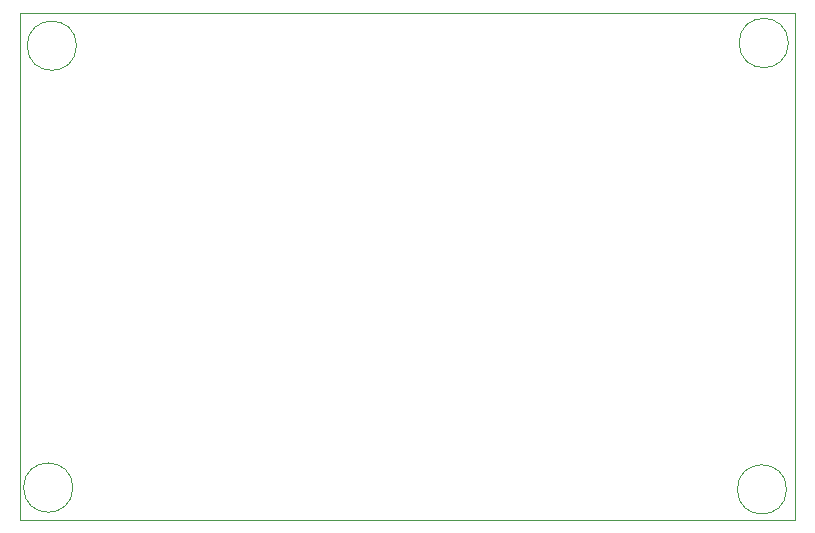
<source format=gbr>
%TF.GenerationSoftware,KiCad,Pcbnew,7.0.1*%
%TF.CreationDate,2023-03-21T16:38:31+01:00*%
%TF.ProjectId,Motordinges,4d6f746f-7264-4696-9e67-65732e6b6963,rev?*%
%TF.SameCoordinates,Original*%
%TF.FileFunction,Profile,NP*%
%FSLAX46Y46*%
G04 Gerber Fmt 4.6, Leading zero omitted, Abs format (unit mm)*
G04 Created by KiCad (PCBNEW 7.0.1) date 2023-03-21 16:38:31*
%MOMM*%
%LPD*%
G01*
G04 APERTURE LIST*
%TA.AperFunction,Profile*%
%ADD10C,0.100000*%
%TD*%
G04 APERTURE END LIST*
D10*
X83037705Y-39116000D02*
G75*
G03*
X83037705Y-39116000I-2087905J0D01*
G01*
X143311905Y-38887400D02*
G75*
G03*
X143311905Y-38887400I-2087905J0D01*
G01*
X143159505Y-76682600D02*
G75*
G03*
X143159505Y-76682600I-2087905J0D01*
G01*
X82732905Y-76530200D02*
G75*
G03*
X82732905Y-76530200I-2087905J0D01*
G01*
X78257400Y-36347400D02*
X143891000Y-36347400D01*
X143891000Y-79248000D01*
X78257400Y-79248000D01*
X78257400Y-36347400D01*
M02*

</source>
